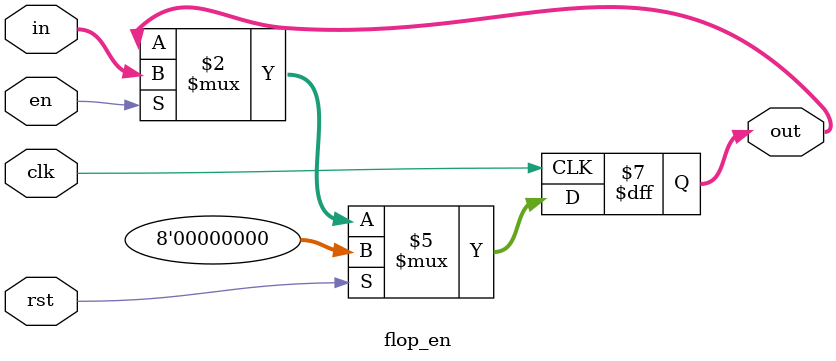
<source format=v>
`timescale 1ns / 1ps



module flop_en #(parameter WIDTH = 8)(
	input wire clk,rst,en,
	input wire[WIDTH-1:0] in,
	output reg[WIDTH-1:0] out
    );
	always @(posedge clk) begin
		if(rst) begin
			out <= 0;
		end else if(en) begin
			out <= in;
		end
	end
endmodule
</source>
